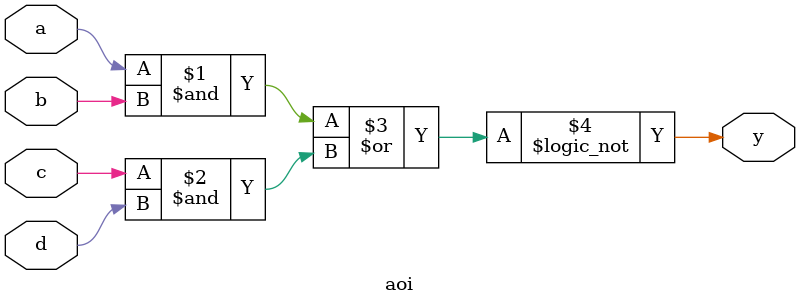
<source format=v>
module aoi (
    a,
    b,
    c,
    d,
    y
);
    input a, b, c, d;
    output y;

    assign y = !((a & b) | (c & d));

endmodule

</source>
